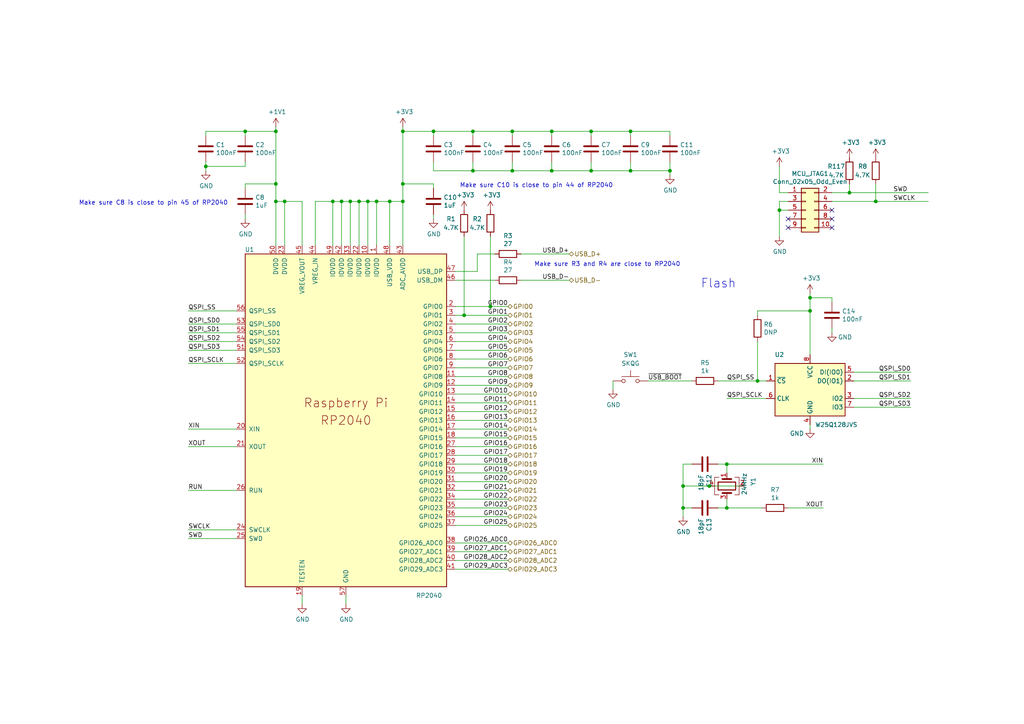
<source format=kicad_sch>
(kicad_sch (version 20210126) (generator eeschema)
  (paper "A4")
  (title_block (title "InuCal") (date "2020-06-30") (rev "R0.1") (company "Wenting Zhang") (comment 1 "zephray@outlook.com"))
  (lib_symbols
    (symbol "Connector_Generic:Conn_02x05_Odd_Even" (pin_names (offset 1.016) hide)
      (property "Reference" "J" (at 1.27 7.62 0))
      (property "Value" "Conn_02x05_Odd_Even" (at 1.27 -7.62 0))
      (symbol "Conn_02x05_Odd_Even_1_1"
        (rectangle (start -1.27 -4.953) (end 0 -5.207) (stroke (width 0.1524)))
        (rectangle (start -1.27 -2.413) (end 0 -2.667) (stroke (width 0.1524)))
        (rectangle (start -1.27 2.667) (end 0 2.413) (stroke (width 0.1524)))
        (rectangle (start -1.27 5.207) (end 0 4.953) (stroke (width 0.1524)))
        (rectangle (start -1.27 6.35) (end 3.81 -6.35) (stroke (width 0.254)) (fill (type background)))
        (rectangle (start -1.27 0.127) (end 0 -0.127) (stroke (width 0.1524)))
        (rectangle (start 3.81 -4.953) (end 2.54 -5.207) (stroke (width 0.1524)))
        (rectangle (start 3.81 -2.413) (end 2.54 -2.667) (stroke (width 0.1524)))
        (rectangle (start 3.81 2.667) (end 2.54 2.413) (stroke (width 0.1524)))
        (rectangle (start 3.81 5.207) (end 2.54 4.953) (stroke (width 0.1524)))
        (rectangle (start 3.81 0.127) (end 2.54 -0.127) (stroke (width 0.1524)))
        (pin passive line (at -5.08 5.08 0) (length 3.81) (name "Pin_1") (number "1"))
        (pin passive line (at 7.62 -5.08 180) (length 3.81) (name "Pin_10") (number "10"))
        (pin passive line (at 7.62 5.08 180) (length 3.81) (name "Pin_2") (number "2"))
        (pin passive line (at -5.08 2.54 0) (length 3.81) (name "Pin_3") (number "3"))
        (pin passive line (at 7.62 2.54 180) (length 3.81) (name "Pin_4") (number "4"))
        (pin passive line (at -5.08 0 0) (length 3.81) (name "Pin_5") (number "5"))
        (pin passive line (at 7.62 0 180) (length 3.81) (name "Pin_6") (number "6"))
        (pin passive line (at -5.08 -2.54 0) (length 3.81) (name "Pin_7") (number "7"))
        (pin passive line (at 7.62 -2.54 180) (length 3.81) (name "Pin_8") (number "8"))
        (pin passive line (at -5.08 -5.08 0) (length 3.81) (name "Pin_9") (number "9"))
      )
    )
    (symbol "Device:C" (pin_numbers hide) (pin_names (offset 0.254))
      (property "Reference" "C" (at 0.635 2.54 0))
      (property "Value" "C" (at 0.635 -2.54 0))
      (symbol "C_0_1"
        (polyline (pts (xy -2.032 -0.762) (xy 2.032 -0.762)) (stroke (width 0.508)))
        (polyline (pts (xy -2.032 0.762) (xy 2.032 0.762)) (stroke (width 0.508)))
      )
      (symbol "C_1_1"
        (pin passive line (at 0 3.81 270) (length 2.794) (name "~") (number "1"))
        (pin passive line (at 0 -3.81 90) (length 2.794) (name "~") (number "2"))
      )
    )
    (symbol "Device:Crystal_GND24" (pin_names (offset 1.016) hide)
      (property "Reference" "Y" (at 3.175 5.08 0))
      (property "Value" "Crystal_GND24" (at 3.175 3.175 0))
      (symbol "Crystal_GND24_0_1"
        (rectangle (start -1.143 2.54) (end 1.143 -2.54) (stroke (width 0.3048)))
        (polyline (pts (xy -2.54 0) (xy -2.032 0)))
        (polyline (pts (xy -2.032 -1.27) (xy -2.032 1.27)) (stroke (width 0.508)))
        (polyline (pts (xy 0 -3.81) (xy 0 -3.556)))
        (polyline (pts (xy 0 3.556) (xy 0 3.81)))
        (polyline (pts (xy 2.032 -1.27) (xy 2.032 1.27)) (stroke (width 0.508)))
        (polyline (pts (xy 2.032 0) (xy 2.54 0)))
        (polyline (pts (xy -2.54 -2.286) (xy -2.54 -3.556) (xy 2.54 -3.556) (xy 2.54 -2.286)))
        (polyline (pts (xy -2.54 2.286) (xy -2.54 3.556) (xy 2.54 3.556) (xy 2.54 2.286)))
      )
      (symbol "Crystal_GND24_1_1"
        (pin passive line (at -3.81 0 0) (length 1.27) (name "1") (number "1"))
        (pin passive line (at 0 5.08 270) (length 1.27) (name "2") (number "2"))
        (pin passive line (at 3.81 0 180) (length 1.27) (name "3") (number "3"))
        (pin passive line (at 0 -5.08 90) (length 1.27) (name "4") (number "4"))
      )
    )
    (symbol "Device:R" (pin_numbers hide) (pin_names (offset 0))
      (property "Reference" "R" (at 2.032 0 90))
      (property "Value" "R" (at 0 0 90))
      (symbol "R_0_1"
        (rectangle (start -1.016 -2.54) (end 1.016 2.54) (stroke (width 0.254)))
      )
      (symbol "R_1_1"
        (pin passive line (at 0 3.81 270) (length 1.27) (name "~") (number "1"))
        (pin passive line (at 0 -3.81 90) (length 1.27) (name "~") (number "2"))
      )
    )
    (symbol "MCU_RaspberryPi_RP2040:RP2040" (pin_names (offset 1.016))
      (property "Reference" "U" (at -29.21 49.53 0))
      (property "Value" "RP2040" (at 24.13 -49.53 0))
      (symbol "RP2040_0_0"
        (text "Raspberry Pi" (at 0 5.08 0) (effects (font (size 2.54 2.54))))
        (text "RP2040" (at 0 0 0) (effects (font (size 2.54 2.54))))
      )
      (symbol "RP2040_0_1"
        (rectangle (start 29.21 48.26) (end -29.21 -48.26) (stroke (width 0.254)) (fill (type background)))
      )
      (symbol "RP2040_1_1"
        (pin power_in line (at 8.89 50.8 270) (length 2.54) (name "IOVDD") (number "1"))
        (pin power_in line (at 6.35 50.8 270) (length 2.54) (name "IOVDD") (number "10"))
        (pin bidirectional line (at 31.75 12.7 180) (length 2.54) (name "GPIO8") (number "11"))
        (pin bidirectional line (at 31.75 10.16 180) (length 2.54) (name "GPIO9") (number "12"))
        (pin bidirectional line (at 31.75 7.62 180) (length 2.54) (name "GPIO10") (number "13"))
        (pin bidirectional line (at 31.75 5.08 180) (length 2.54) (name "GPIO11") (number "14"))
        (pin bidirectional line (at 31.75 2.54 180) (length 2.54) (name "GPIO12") (number "15"))
        (pin bidirectional line (at 31.75 0 180) (length 2.54) (name "GPIO13") (number "16"))
        (pin bidirectional line (at 31.75 -2.54 180) (length 2.54) (name "GPIO14") (number "17"))
        (pin bidirectional line (at 31.75 -5.08 180) (length 2.54) (name "GPIO15") (number "18"))
        (pin passive line (at -12.7 -50.8 90) (length 2.54) (name "TESTEN") (number "19"))
        (pin bidirectional line (at 31.75 33.02 180) (length 2.54) (name "GPIO0") (number "2"))
        (pin input line (at -31.75 -2.54 0) (length 2.54) (name "XIN") (number "20"))
        (pin passive line (at -31.75 -7.62 0) (length 2.54) (name "XOUT") (number "21"))
        (pin power_in line (at 3.81 50.8 270) (length 2.54) (name "IOVDD") (number "22"))
        (pin power_in line (at -17.78 50.8 270) (length 2.54) (name "DVDD") (number "23"))
        (pin output line (at -31.75 -31.75 0) (length 2.54) (name "SWCLK") (number "24"))
        (pin bidirectional line (at -31.75 -34.29 0) (length 2.54) (name "SWD") (number "25"))
        (pin input line (at -31.75 -20.32 0) (length 2.54) (name "RUN") (number "26"))
        (pin bidirectional line (at 31.75 -7.62 180) (length 2.54) (name "GPIO16") (number "27"))
        (pin bidirectional line (at 31.75 -10.16 180) (length 2.54) (name "GPIO17") (number "28"))
        (pin bidirectional line (at 31.75 -12.7 180) (length 2.54) (name "GPIO18") (number "29"))
        (pin bidirectional line (at 31.75 30.48 180) (length 2.54) (name "GPIO1") (number "3"))
        (pin bidirectional line (at 31.75 -15.24 180) (length 2.54) (name "GPIO19") (number "30"))
        (pin bidirectional line (at 31.75 -17.78 180) (length 2.54) (name "GPIO20") (number "31"))
        (pin bidirectional line (at 31.75 -20.32 180) (length 2.54) (name "GPIO21") (number "32"))
        (pin power_in line (at 1.27 50.8 270) (length 2.54) (name "IOVDD") (number "33"))
        (pin bidirectional line (at 31.75 -22.86 180) (length 2.54) (name "GPIO22") (number "34"))
        (pin bidirectional line (at 31.75 -25.4 180) (length 2.54) (name "GPIO23") (number "35"))
        (pin bidirectional line (at 31.75 -27.94 180) (length 2.54) (name "GPIO24") (number "36"))
        (pin bidirectional line (at 31.75 -30.48 180) (length 2.54) (name "GPIO25") (number "37"))
        (pin bidirectional line (at 31.75 -35.56 180) (length 2.54) (name "GPIO26_ADC0") (number "38"))
        (pin bidirectional line (at 31.75 -38.1 180) (length 2.54) (name "GPIO27_ADC1") (number "39"))
        (pin bidirectional line (at 31.75 27.94 180) (length 2.54) (name "GPIO2") (number "4"))
        (pin bidirectional line (at 31.75 -40.64 180) (length 2.54) (name "GPIO28_ADC2") (number "40"))
        (pin bidirectional line (at 31.75 -43.18 180) (length 2.54) (name "GPIO29_ADC3") (number "41"))
        (pin power_in line (at -1.27 50.8 270) (length 2.54) (name "IOVDD") (number "42"))
        (pin power_in line (at 16.51 50.8 270) (length 2.54) (name "ADC_AVDD") (number "43"))
        (pin power_in line (at -8.89 50.8 270) (length 2.54) (name "VREG_IN") (number "44"))
        (pin power_out line (at -12.7 50.8 270) (length 2.54) (name "VREG_VOUT") (number "45"))
        (pin bidirectional line (at 31.75 40.64 180) (length 2.54) (name "USB_DM") (number "46"))
        (pin bidirectional line (at 31.75 43.18 180) (length 2.54) (name "USB_DP") (number "47"))
        (pin power_in line (at 12.7 50.8 270) (length 2.54) (name "USB_VDD") (number "48"))
        (pin power_in line (at -3.81 50.8 270) (length 2.54) (name "IOVDD") (number "49"))
        (pin bidirectional line (at 31.75 25.4 180) (length 2.54) (name "GPIO3") (number "5"))
        (pin power_in line (at -20.32 50.8 270) (length 2.54) (name "DVDD") (number "50"))
        (pin bidirectional line (at -31.75 20.32 0) (length 2.54) (name "QSPI_SD3") (number "51"))
        (pin output line (at -31.75 16.51 0) (length 2.54) (name "QSPI_SCLK") (number "52"))
        (pin bidirectional line (at -31.75 27.94 0) (length 2.54) (name "QSPI_SD0") (number "53"))
        (pin bidirectional line (at -31.75 22.86 0) (length 2.54) (name "QSPI_SD2") (number "54"))
        (pin bidirectional line (at -31.75 25.4 0) (length 2.54) (name "QSPI_SD1") (number "55"))
        (pin bidirectional line (at -31.75 31.75 0) (length 2.54) (name "QSPI_SS") (number "56"))
        (pin power_in line (at 0 -50.8 90) (length 2.54) (name "GND") (number "57"))
        (pin bidirectional line (at 31.75 22.86 180) (length 2.54) (name "GPIO4") (number "6"))
        (pin bidirectional line (at 31.75 20.32 180) (length 2.54) (name "GPIO5") (number "7"))
        (pin bidirectional line (at 31.75 17.78 180) (length 2.54) (name "GPIO6") (number "8"))
        (pin bidirectional line (at 31.75 15.24 180) (length 2.54) (name "GPIO7") (number "9"))
      )
    )
    (symbol "Memory_Flash:W25Q128JVS"
      (property "Reference" "U" (at -8.89 8.89 0))
      (property "Value" "W25Q128JVS" (at 7.62 8.89 0))
      (symbol "W25Q128JVS_0_1"
        (rectangle (start -10.16 7.62) (end 10.16 -7.62) (stroke (width 0.254)) (fill (type background)))
      )
      (symbol "W25Q128JVS_1_1"
        (pin input line (at -12.7 2.54 0) (length 2.54) (name "~CS") (number "1"))
        (pin bidirectional line (at 12.7 2.54 180) (length 2.54) (name "DO(IO1)") (number "2"))
        (pin bidirectional line (at 12.7 -2.54 180) (length 2.54) (name "IO2") (number "3"))
        (pin power_in line (at 0 -10.16 90) (length 2.54) (name "GND") (number "4"))
        (pin bidirectional line (at 12.7 5.08 180) (length 2.54) (name "DI(IO0)") (number "5"))
        (pin input line (at -12.7 -2.54 0) (length 2.54) (name "CLK") (number "6"))
        (pin bidirectional line (at 12.7 -5.08 180) (length 2.54) (name "IO3") (number "7"))
        (pin power_in line (at 0 10.16 270) (length 2.54) (name "VCC") (number "8"))
      )
    )
    (symbol "Switch:SW_Push" (pin_numbers hide) (pin_names (offset 1.016) hide)
      (property "Reference" "SW" (at 1.27 2.54 0))
      (property "Value" "SW_Push" (at 0 -1.524 0))
      (symbol "SW_Push_0_1"
        (circle (center -2.032 0) (radius 0.508))
        (circle (center 2.032 0) (radius 0.508))
        (polyline (pts (xy 0 1.27) (xy 0 3.048)))
        (polyline (pts (xy 2.54 1.27) (xy -2.54 1.27)))
        (pin passive line (at -5.08 0 0) (length 2.54) (name "1") (number "1"))
        (pin passive line (at 5.08 0 180) (length 2.54) (name "2") (number "2"))
      )
    )
    (symbol "power:+1V1" (power) (pin_names (offset 0))
      (property "Value" "+1V1" (at 0 3.556 0))
      (symbol "+1V1_0_1"
        (polyline (pts (xy -0.762 1.27) (xy 0 2.54)))
        (polyline (pts (xy 0 0) (xy 0 2.54)))
        (polyline (pts (xy 0 2.54) (xy 0.762 1.27)))
      )
      (symbol "+1V1_1_1"
        (pin power_in line (at 0 0 90) (length 0) hide (name "+1V1") (number "1"))
      )
    )
    (symbol "power:+3V3" (power) (pin_names (offset 0))
      (property "Value" "+3V3" (at 0 3.556 0))
      (symbol "+3V3_0_1"
        (polyline (pts (xy -0.762 1.27) (xy 0 2.54)))
        (polyline (pts (xy 0 0) (xy 0 2.54)))
        (polyline (pts (xy 0 2.54) (xy 0.762 1.27)))
      )
      (symbol "+3V3_1_1"
        (pin power_in line (at 0 0 90) (length 0) hide (name "+3V3") (number "1"))
      )
    )
    (symbol "power:GND" (power) (pin_names (offset 0))
      (property "Value" "GND" (at 0 -3.81 0))
      (symbol "GND_0_1"
        (polyline (pts (xy 0 0) (xy 0 -1.27) (xy 1.27 -1.27) (xy 0 -2.54) (xy -1.27 -1.27) (xy 0 -1.27)))
      )
      (symbol "GND_1_1"
        (pin power_in line (at 0 0 270) (length 0) hide (name "GND") (number "1"))
      )
    )
  )
  (junction (at 59.69 48.26) (diameter 0.9144))
  (junction (at 71.12 38.1) (diameter 0.9144))
  (junction (at 80.01 38.1) (diameter 0.9144))
  (junction (at 80.01 53.34) (diameter 0.9144))
  (junction (at 80.01 58.42) (diameter 0.9144))
  (junction (at 82.55 58.42) (diameter 0.9144))
  (junction (at 96.52 58.42) (diameter 0.9144))
  (junction (at 99.06 58.42) (diameter 0.9144))
  (junction (at 101.6 58.42) (diameter 0.9144))
  (junction (at 104.14 58.42) (diameter 0.9144))
  (junction (at 106.68 58.42) (diameter 0.9144))
  (junction (at 109.22 58.42) (diameter 0.9144))
  (junction (at 113.03 58.42) (diameter 0.9144))
  (junction (at 116.84 38.1) (diameter 0.9144))
  (junction (at 116.84 53.34) (diameter 0.9144))
  (junction (at 116.84 58.42) (diameter 0.9144))
  (junction (at 125.73 38.1) (diameter 0.9144))
  (junction (at 134.62 91.44) (diameter 0.9144))
  (junction (at 137.16 38.1) (diameter 0.9144))
  (junction (at 137.16 49.53) (diameter 0.9144))
  (junction (at 142.24 88.9) (diameter 0.9144))
  (junction (at 148.59 38.1) (diameter 0.9144))
  (junction (at 148.59 49.53) (diameter 0.9144))
  (junction (at 160.02 38.1) (diameter 0.9144))
  (junction (at 160.02 49.53) (diameter 0.9144))
  (junction (at 171.45 38.1) (diameter 0.9144))
  (junction (at 171.45 49.53) (diameter 0.9144))
  (junction (at 182.88 38.1) (diameter 0.9144))
  (junction (at 182.88 49.53) (diameter 0.9144))
  (junction (at 194.31 49.53) (diameter 0.9144))
  (junction (at 198.12 140.97) (diameter 0.9144))
  (junction (at 198.12 147.32) (diameter 0.9144))
  (junction (at 205.74 140.97) (diameter 0.9144))
  (junction (at 210.82 134.62) (diameter 0.9144))
  (junction (at 210.82 147.32) (diameter 0.9144))
  (junction (at 219.71 110.49) (diameter 0.9144))
  (junction (at 226.06 60.96) (diameter 0.9144))
  (junction (at 234.95 86.36) (diameter 0.9144))
  (junction (at 234.95 90.17) (diameter 0.9144))
  (junction (at 246.38 55.88) (diameter 0.9144))
  (junction (at 254 58.42) (diameter 0.9144))
  (no_connect (at 228.6 63.5))
  (no_connect (at 228.6 66.04))
  (no_connect (at 241.3 60.96))
  (no_connect (at 241.3 63.5))
  (no_connect (at 241.3 66.04))
  (wire (pts (xy 54.61 93.98) (xy 68.58 93.98)))
  (wire (pts (xy 54.61 96.52) (xy 68.58 96.52)))
  (wire (pts (xy 54.61 99.06) (xy 68.58 99.06)))
  (wire (pts (xy 54.61 101.6) (xy 68.58 101.6)))
  (wire (pts (xy 54.61 124.46) (xy 68.58 124.46)))
  (wire (pts (xy 54.61 142.24) (xy 68.58 142.24)))
  (wire (pts (xy 59.69 38.1) (xy 71.12 38.1)))
  (wire (pts (xy 59.69 39.37) (xy 59.69 38.1)))
  (wire (pts (xy 59.69 46.99) (xy 59.69 48.26)))
  (wire (pts (xy 59.69 48.26) (xy 59.69 49.53)))
  (wire (pts (xy 59.69 48.26) (xy 71.12 48.26)))
  (wire (pts (xy 68.58 90.17) (xy 54.61 90.17)))
  (wire (pts (xy 68.58 105.41) (xy 54.61 105.41)))
  (wire (pts (xy 68.58 129.54) (xy 54.61 129.54)))
  (wire (pts (xy 68.58 153.67) (xy 54.61 153.67)))
  (wire (pts (xy 68.58 156.21) (xy 54.61 156.21)))
  (wire (pts (xy 71.12 38.1) (xy 80.01 38.1)))
  (wire (pts (xy 71.12 39.37) (xy 71.12 38.1)))
  (wire (pts (xy 71.12 48.26) (xy 71.12 46.99)))
  (wire (pts (xy 71.12 53.34) (xy 80.01 53.34)))
  (wire (pts (xy 71.12 54.61) (xy 71.12 53.34)))
  (wire (pts (xy 71.12 62.23) (xy 71.12 63.5)))
  (wire (pts (xy 80.01 36.83) (xy 80.01 38.1)))
  (wire (pts (xy 80.01 38.1) (xy 80.01 53.34)))
  (wire (pts (xy 80.01 53.34) (xy 80.01 58.42)))
  (wire (pts (xy 80.01 58.42) (xy 80.01 71.12)))
  (wire (pts (xy 82.55 58.42) (xy 80.01 58.42)))
  (wire (pts (xy 82.55 71.12) (xy 82.55 58.42)))
  (wire (pts (xy 87.63 58.42) (xy 82.55 58.42)))
  (wire (pts (xy 87.63 71.12) (xy 87.63 58.42)))
  (wire (pts (xy 87.63 172.72) (xy 87.63 175.26)))
  (wire (pts (xy 91.44 58.42) (xy 96.52 58.42)))
  (wire (pts (xy 91.44 71.12) (xy 91.44 58.42)))
  (wire (pts (xy 96.52 58.42) (xy 99.06 58.42)))
  (wire (pts (xy 96.52 71.12) (xy 96.52 58.42)))
  (wire (pts (xy 99.06 58.42) (xy 101.6 58.42)))
  (wire (pts (xy 99.06 71.12) (xy 99.06 58.42)))
  (wire (pts (xy 100.33 172.72) (xy 100.33 175.26)))
  (wire (pts (xy 101.6 58.42) (xy 104.14 58.42)))
  (wire (pts (xy 101.6 71.12) (xy 101.6 58.42)))
  (wire (pts (xy 104.14 58.42) (xy 106.68 58.42)))
  (wire (pts (xy 104.14 71.12) (xy 104.14 58.42)))
  (wire (pts (xy 106.68 58.42) (xy 109.22 58.42)))
  (wire (pts (xy 106.68 71.12) (xy 106.68 58.42)))
  (wire (pts (xy 109.22 58.42) (xy 109.22 71.12)))
  (wire (pts (xy 109.22 58.42) (xy 113.03 58.42)))
  (wire (pts (xy 113.03 58.42) (xy 116.84 58.42)))
  (wire (pts (xy 113.03 71.12) (xy 113.03 58.42)))
  (wire (pts (xy 116.84 36.83) (xy 116.84 38.1)))
  (wire (pts (xy 116.84 38.1) (xy 116.84 53.34)))
  (wire (pts (xy 116.84 38.1) (xy 125.73 38.1)))
  (wire (pts (xy 116.84 53.34) (xy 116.84 58.42)))
  (wire (pts (xy 116.84 53.34) (xy 125.73 53.34)))
  (wire (pts (xy 116.84 58.42) (xy 116.84 71.12)))
  (wire (pts (xy 125.73 38.1) (xy 137.16 38.1)))
  (wire (pts (xy 125.73 39.37) (xy 125.73 38.1)))
  (wire (pts (xy 125.73 46.99) (xy 125.73 49.53)))
  (wire (pts (xy 125.73 54.61) (xy 125.73 53.34)))
  (wire (pts (xy 125.73 62.23) (xy 125.73 63.5)))
  (wire (pts (xy 132.08 78.74) (xy 138.43 78.74)))
  (wire (pts (xy 132.08 81.28) (xy 143.51 81.28)))
  (wire (pts (xy 132.08 88.9) (xy 142.24 88.9)))
  (wire (pts (xy 132.08 91.44) (xy 134.62 91.44)))
  (wire (pts (xy 132.08 93.98) (xy 147.32 93.98)))
  (wire (pts (xy 132.08 96.52) (xy 147.32 96.52)))
  (wire (pts (xy 132.08 99.06) (xy 147.32 99.06)))
  (wire (pts (xy 132.08 101.6) (xy 147.32 101.6)))
  (wire (pts (xy 132.08 104.14) (xy 147.32 104.14)))
  (wire (pts (xy 132.08 106.68) (xy 147.32 106.68)))
  (wire (pts (xy 132.08 109.22) (xy 147.32 109.22)))
  (wire (pts (xy 132.08 111.76) (xy 147.32 111.76)))
  (wire (pts (xy 132.08 114.3) (xy 147.32 114.3)))
  (wire (pts (xy 132.08 116.84) (xy 147.32 116.84)))
  (wire (pts (xy 132.08 119.38) (xy 147.32 119.38)))
  (wire (pts (xy 132.08 121.92) (xy 147.32 121.92)))
  (wire (pts (xy 132.08 124.46) (xy 147.32 124.46)))
  (wire (pts (xy 132.08 127) (xy 147.32 127)))
  (wire (pts (xy 132.08 129.54) (xy 147.32 129.54)))
  (wire (pts (xy 132.08 132.08) (xy 147.32 132.08)))
  (wire (pts (xy 132.08 134.62) (xy 147.32 134.62)))
  (wire (pts (xy 132.08 137.16) (xy 147.32 137.16)))
  (wire (pts (xy 132.08 139.7) (xy 147.32 139.7)))
  (wire (pts (xy 132.08 142.24) (xy 147.32 142.24)))
  (wire (pts (xy 132.08 144.78) (xy 147.32 144.78)))
  (wire (pts (xy 132.08 147.32) (xy 147.32 147.32)))
  (wire (pts (xy 132.08 149.86) (xy 147.32 149.86)))
  (wire (pts (xy 132.08 152.4) (xy 147.32 152.4)))
  (wire (pts (xy 132.08 157.48) (xy 147.32 157.48)))
  (wire (pts (xy 132.08 160.02) (xy 147.32 160.02)))
  (wire (pts (xy 132.08 162.56) (xy 147.32 162.56)))
  (wire (pts (xy 132.08 165.1) (xy 147.32 165.1)))
  (wire (pts (xy 134.62 68.58) (xy 134.62 91.44)))
  (wire (pts (xy 134.62 91.44) (xy 147.32 91.44)))
  (wire (pts (xy 137.16 38.1) (xy 148.59 38.1)))
  (wire (pts (xy 137.16 39.37) (xy 137.16 38.1)))
  (wire (pts (xy 137.16 46.99) (xy 137.16 49.53)))
  (wire (pts (xy 137.16 49.53) (xy 125.73 49.53)))
  (wire (pts (xy 138.43 73.66) (xy 138.43 78.74)))
  (wire (pts (xy 138.43 73.66) (xy 143.51 73.66)))
  (wire (pts (xy 142.24 68.58) (xy 142.24 88.9)))
  (wire (pts (xy 142.24 88.9) (xy 147.32 88.9)))
  (wire (pts (xy 148.59 38.1) (xy 160.02 38.1)))
  (wire (pts (xy 148.59 39.37) (xy 148.59 38.1)))
  (wire (pts (xy 148.59 46.99) (xy 148.59 49.53)))
  (wire (pts (xy 148.59 49.53) (xy 137.16 49.53)))
  (wire (pts (xy 151.13 73.66) (xy 165.1 73.66)))
  (wire (pts (xy 151.13 81.28) (xy 165.1 81.28)))
  (wire (pts (xy 160.02 38.1) (xy 171.45 38.1)))
  (wire (pts (xy 160.02 39.37) (xy 160.02 38.1)))
  (wire (pts (xy 160.02 46.99) (xy 160.02 49.53)))
  (wire (pts (xy 160.02 49.53) (xy 148.59 49.53)))
  (wire (pts (xy 171.45 38.1) (xy 182.88 38.1)))
  (wire (pts (xy 171.45 39.37) (xy 171.45 38.1)))
  (wire (pts (xy 171.45 46.99) (xy 171.45 49.53)))
  (wire (pts (xy 171.45 49.53) (xy 160.02 49.53)))
  (wire (pts (xy 177.8 110.49) (xy 177.8 113.03)))
  (wire (pts (xy 182.88 38.1) (xy 194.31 38.1)))
  (wire (pts (xy 182.88 39.37) (xy 182.88 38.1)))
  (wire (pts (xy 182.88 46.99) (xy 182.88 49.53)))
  (wire (pts (xy 182.88 49.53) (xy 171.45 49.53)))
  (wire (pts (xy 182.88 49.53) (xy 194.31 49.53)))
  (wire (pts (xy 194.31 39.37) (xy 194.31 38.1)))
  (wire (pts (xy 194.31 46.99) (xy 194.31 49.53)))
  (wire (pts (xy 194.31 49.53) (xy 194.31 50.8)))
  (wire (pts (xy 198.12 134.62) (xy 198.12 140.97)))
  (wire (pts (xy 198.12 140.97) (xy 198.12 147.32)))
  (wire (pts (xy 198.12 140.97) (xy 205.74 140.97)))
  (wire (pts (xy 198.12 147.32) (xy 198.12 149.86)))
  (wire (pts (xy 198.12 147.32) (xy 200.66 147.32)))
  (wire (pts (xy 200.66 110.49) (xy 187.96 110.49)))
  (wire (pts (xy 200.66 134.62) (xy 198.12 134.62)))
  (wire (pts (xy 208.28 110.49) (xy 219.71 110.49)))
  (wire (pts (xy 208.28 134.62) (xy 210.82 134.62)))
  (wire (pts (xy 210.82 115.57) (xy 222.25 115.57)))
  (wire (pts (xy 210.82 134.62) (xy 238.76 134.62)))
  (wire (pts (xy 210.82 137.16) (xy 210.82 134.62)))
  (wire (pts (xy 210.82 144.78) (xy 210.82 147.32)))
  (wire (pts (xy 210.82 147.32) (xy 208.28 147.32)))
  (wire (pts (xy 215.9 140.97) (xy 205.74 140.97)))
  (wire (pts (xy 219.71 90.17) (xy 234.95 90.17)))
  (wire (pts (xy 219.71 91.44) (xy 219.71 90.17)))
  (wire (pts (xy 219.71 99.06) (xy 219.71 110.49)))
  (wire (pts (xy 219.71 110.49) (xy 222.25 110.49)))
  (wire (pts (xy 220.98 147.32) (xy 210.82 147.32)))
  (wire (pts (xy 226.06 48.26) (xy 226.06 55.88)))
  (wire (pts (xy 226.06 55.88) (xy 228.6 55.88)))
  (wire (pts (xy 226.06 58.42) (xy 226.06 60.96)))
  (wire (pts (xy 226.06 60.96) (xy 226.06 68.58)))
  (wire (pts (xy 228.6 58.42) (xy 226.06 58.42)))
  (wire (pts (xy 228.6 60.96) (xy 226.06 60.96)))
  (wire (pts (xy 228.6 147.32) (xy 238.76 147.32)))
  (wire (pts (xy 234.95 85.09) (xy 234.95 86.36)))
  (wire (pts (xy 234.95 86.36) (xy 234.95 90.17)))
  (wire (pts (xy 234.95 90.17) (xy 234.95 102.87)))
  (wire (pts (xy 234.95 123.19) (xy 234.95 124.46)))
  (wire (pts (xy 241.3 55.88) (xy 246.38 55.88)))
  (wire (pts (xy 241.3 58.42) (xy 254 58.42)))
  (wire (pts (xy 241.3 86.36) (xy 234.95 86.36)))
  (wire (pts (xy 241.3 87.63) (xy 241.3 86.36)))
  (wire (pts (xy 241.3 95.25) (xy 241.3 96.52)))
  (wire (pts (xy 246.38 53.34) (xy 246.38 55.88)))
  (wire (pts (xy 246.38 55.88) (xy 269.24 55.88)))
  (wire (pts (xy 247.65 107.95) (xy 264.16 107.95)))
  (wire (pts (xy 247.65 110.49) (xy 264.16 110.49)))
  (wire (pts (xy 247.65 115.57) (xy 264.16 115.57)))
  (wire (pts (xy 247.65 118.11) (xy 264.16 118.11)))
  (wire (pts (xy 254 53.34) (xy 254 58.42)))
  (wire (pts (xy 254 58.42) (xy 269.24 58.42)))
  (text "Make sure C8 is close to pin 45 of RP2040" (at 22.86 59.69 0) (effects (font (size 1.27 1.27)) (justify left bottom)))
  (text "Make sure C10 is close to pin 44 of RP2040" (at 133.35 54.61 0) (effects (font (size 1.27 1.27)) (justify left bottom)))
  (text "Make sure R3 and R4 are close to RP2040" (at 154.94 77.47 0) (effects (font (size 1.27 1.27)) (justify left bottom)))
  (text "Flash" (at 203.2 83.82 0) (effects (font (size 2.54 2.54)) (justify left bottom)))
  (label "QSPI_SS" (at 54.61 90.17 0))
  (label "QSPI_SD0" (at 54.61 93.98 0))
  (label "QSPI_SD1" (at 54.61 96.52 0))
  (label "QSPI_SD2" (at 54.61 99.06 0))
  (label "QSPI_SD3" (at 54.61 101.6 0))
  (label "QSPI_SCLK" (at 54.61 105.41 0))
  (label "XIN" (at 54.61 124.46 0))
  (label "XOUT" (at 54.61 129.54 0))
  (label "RUN" (at 54.61 142.24 0))
  (label "SWCLK" (at 54.61 153.67 0))
  (label "SWD" (at 54.61 156.21 0))
  (label "GPIO0" (at 147.32 88.9 180))
  (label "GPIO1" (at 147.32 91.44 180))
  (label "GPIO2" (at 147.32 93.98 180))
  (label "GPIO3" (at 147.32 96.52 180))
  (label "GPIO4" (at 147.32 99.06 180))
  (label "GPIO5" (at 147.32 101.6 180))
  (label "GPIO6" (at 147.32 104.14 180))
  (label "GPIO7" (at 147.32 106.68 180))
  (label "GPIO8" (at 147.32 109.22 180))
  (label "GPIO9" (at 147.32 111.76 180))
  (label "GPIO10" (at 147.32 114.3 180))
  (label "GPIO11" (at 147.32 116.84 180))
  (label "GPIO12" (at 147.32 119.38 180))
  (label "GPIO13" (at 147.32 121.92 180))
  (label "GPIO14" (at 147.32 124.46 180))
  (label "GPIO15" (at 147.32 127 180))
  (label "GPIO16" (at 147.32 129.54 180))
  (label "GPIO17" (at 147.32 132.08 180))
  (label "GPIO18" (at 147.32 134.62 180))
  (label "GPIO19" (at 147.32 137.16 180))
  (label "GPIO20" (at 147.32 139.7 180))
  (label "GPIO21" (at 147.32 142.24 180))
  (label "GPIO22" (at 147.32 144.78 180))
  (label "GPIO23" (at 147.32 147.32 180))
  (label "GPIO24" (at 147.32 149.86 180))
  (label "GPIO25" (at 147.32 152.4 180))
  (label "GPIO26_ADC0" (at 147.32 157.48 180))
  (label "GPIO27_ADC1" (at 147.32 160.02 180))
  (label "GPIO28_ADC2" (at 147.32 162.56 180))
  (label "GPIO29_ADC3" (at 147.32 165.1 180))
  (label "USB_D+" (at 165.1 73.66 180))
  (label "USB_D-" (at 165.1 81.28 180))
  (label "~USB_BOOT" (at 187.96 110.49 0))
  (label "QSPI_SS" (at 210.82 110.49 0))
  (label "QSPI_SCLK" (at 210.82 115.57 0))
  (label "XIN" (at 238.76 134.62 180))
  (label "XOUT" (at 238.76 147.32 180))
  (label "SWD" (at 259.08 55.88 0))
  (label "SWCLK" (at 259.08 58.42 0))
  (label "QSPI_SD0" (at 264.16 107.95 180))
  (label "QSPI_SD1" (at 264.16 110.49 180))
  (label "QSPI_SD2" (at 264.16 115.57 180))
  (label "QSPI_SD3" (at 264.16 118.11 180))
  (hierarchical_label "GPIO0" (shape bidirectional) (at 147.32 88.9 0))
  (hierarchical_label "GPIO1" (shape bidirectional) (at 147.32 91.44 0))
  (hierarchical_label "GPIO2" (shape bidirectional) (at 147.32 93.98 0))
  (hierarchical_label "GPIO3" (shape bidirectional) (at 147.32 96.52 0))
  (hierarchical_label "GPIO4" (shape bidirectional) (at 147.32 99.06 0))
  (hierarchical_label "GPIO5" (shape bidirectional) (at 147.32 101.6 0))
  (hierarchical_label "GPIO6" (shape bidirectional) (at 147.32 104.14 0))
  (hierarchical_label "GPIO7" (shape bidirectional) (at 147.32 106.68 0))
  (hierarchical_label "GPIO8" (shape bidirectional) (at 147.32 109.22 0))
  (hierarchical_label "GPIO9" (shape bidirectional) (at 147.32 111.76 0))
  (hierarchical_label "GPIO10" (shape bidirectional) (at 147.32 114.3 0))
  (hierarchical_label "GPIO11" (shape bidirectional) (at 147.32 116.84 0))
  (hierarchical_label "GPIO12" (shape bidirectional) (at 147.32 119.38 0))
  (hierarchical_label "GPIO13" (shape bidirectional) (at 147.32 121.92 0))
  (hierarchical_label "GPIO14" (shape bidirectional) (at 147.32 124.46 0))
  (hierarchical_label "GPIO15" (shape bidirectional) (at 147.32 127 0))
  (hierarchical_label "GPIO16" (shape bidirectional) (at 147.32 129.54 0))
  (hierarchical_label "GPIO17" (shape bidirectional) (at 147.32 132.08 0))
  (hierarchical_label "GPIO18" (shape bidirectional) (at 147.32 134.62 0))
  (hierarchical_label "GPIO19" (shape bidirectional) (at 147.32 137.16 0))
  (hierarchical_label "GPIO20" (shape bidirectional) (at 147.32 139.7 0))
  (hierarchical_label "GPIO21" (shape bidirectional) (at 147.32 142.24 0))
  (hierarchical_label "GPIO22" (shape bidirectional) (at 147.32 144.78 0))
  (hierarchical_label "GPIO23" (shape bidirectional) (at 147.32 147.32 0))
  (hierarchical_label "GPIO24" (shape bidirectional) (at 147.32 149.86 0))
  (hierarchical_label "GPIO25" (shape bidirectional) (at 147.32 152.4 0))
  (hierarchical_label "GPIO26_ADC0" (shape bidirectional) (at 147.32 157.48 0))
  (hierarchical_label "GPIO27_ADC1" (shape bidirectional) (at 147.32 160.02 0))
  (hierarchical_label "GPIO28_ADC2" (shape bidirectional) (at 147.32 162.56 0))
  (hierarchical_label "GPIO29_ADC3" (shape bidirectional) (at 147.32 165.1 0))
  (hierarchical_label "USB_D+" (shape bidirectional) (at 165.1 73.66 0))
  (hierarchical_label "USB_D-" (shape bidirectional) (at 165.1 81.28 0))
  (symbol (lib_id "power:+1V1") (at 80.01 36.83 0) (unit 1)
    (property "Reference" "#PWR027" (effects hide))
    (property "Value" "+1V1" (at 80.391 32.4358 0))
  )
  (symbol (lib_id "power:+3V3") (at 116.84 36.83 0) (unit 1)
    (property "Reference" "#PWR030" (effects hide))
    (property "Value" "+3V3" (at 117.221 32.4358 0))
  )
  (symbol (lib_id "power:+3V3") (at 134.62 60.96 0) (unit 1)
    (property "Reference" "#PWR032" (effects hide))
    (property "Value" "+3V3" (at 135.001 56.5658 0))
  )
  (symbol (lib_id "power:+3V3") (at 142.24 60.96 0) (unit 1)
    (property "Reference" "#PWR033" (effects hide))
    (property "Value" "+3V3" (at 142.621 56.5658 0))
  )
  (symbol (lib_id "power:+3V3") (at 226.06 48.26 0) (unit 1)
    (property "Reference" "#PWR0108" (effects hide))
    (property "Value" "+3V3" (at 226.441 43.8658 0))
  )
  (symbol (lib_id "power:+3V3") (at 234.95 85.09 0) (unit 1)
    (property "Reference" "#PWR037" (effects hide))
    (property "Value" "+3V3" (at 235.331 80.6958 0))
  )
  (symbol (lib_id "power:+3V3") (at 246.38 45.72 0) (unit 1)
    (property "Reference" "#PWR0107" (effects hide))
    (property "Value" "+3V3" (at 246.761 41.3258 0))
  )
  (symbol (lib_id "power:+3V3") (at 254 45.72 0) (unit 1)
    (property "Reference" "#PWR040" (effects hide))
    (property "Value" "+3V3" (at 254.381 41.3258 0))
  )
  (symbol (lib_id "power:GND") (at 59.69 49.53 0) (unit 1)
    (property "Reference" "#PWR025" (effects hide))
    (property "Value" "GND" (at 59.817 53.9242 0))
  )
  (symbol (lib_id "power:GND") (at 71.12 63.5 0) (unit 1)
    (property "Reference" "#PWR026" (effects hide))
    (property "Value" "GND" (at 71.247 67.8942 0))
  )
  (symbol (lib_id "power:GND") (at 87.63 175.26 0) (unit 1)
    (property "Reference" "#PWR028" (effects hide))
    (property "Value" "GND" (at 87.757 179.6542 0))
  )
  (symbol (lib_id "power:GND") (at 100.33 175.26 0) (unit 1)
    (property "Reference" "#PWR029" (effects hide))
    (property "Value" "GND" (at 100.457 179.6542 0))
  )
  (symbol (lib_id "power:GND") (at 125.73 63.5 0) (unit 1)
    (property "Reference" "#PWR031" (effects hide))
    (property "Value" "GND" (at 125.857 67.8942 0))
  )
  (symbol (lib_id "power:GND") (at 177.8 113.03 0) (unit 1)
    (property "Reference" "#PWR034" (effects hide))
    (property "Value" "GND" (at 177.927 117.4242 0))
  )
  (symbol (lib_id "power:GND") (at 194.31 50.8 0) (unit 1)
    (property "Reference" "#PWR035" (effects hide))
    (property "Value" "GND" (at 194.437 55.1942 0))
  )
  (symbol (lib_id "power:GND") (at 198.12 149.86 0) (unit 1)
    (property "Reference" "#PWR036" (effects hide))
    (property "Value" "GND" (at 198.247 154.2542 0))
  )
  (symbol (lib_id "power:GND") (at 226.06 68.58 0) (unit 1)
    (property "Reference" "#PWR0109" (effects hide))
    (property "Value" "GND" (at 226.187 72.9742 0))
  )
  (symbol (lib_id "power:GND") (at 234.95 124.46 0) (unit 1)
    (property "Reference" "#PWR038" (effects hide))
    (property "Value" "GND" (at 231.14 125.73 0))
  )
  (symbol (lib_id "power:GND") (at 241.3 96.52 0) (unit 1)
    (property "Reference" "#PWR039" (effects hide))
    (property "Value" "GND" (at 245.11 97.79 0))
  )
  (symbol (lib_id "Device:R") (at 134.62 64.77 0) (unit 1)
    (property "Reference" "R1" (at 130.81 63.5 0))
    (property "Value" "4.7K" (at 130.81 66.04 0))
    (property "Footprint" "Capacitor_SMD:C_0402_1005Metric" (effects hide))
  )
  (symbol (lib_id "Device:R") (at 142.24 64.77 0) (unit 1)
    (property "Reference" "R2" (at 138.43 63.5 0))
    (property "Value" "4.7K" (at 138.43 66.04 0))
    (property "Footprint" "Capacitor_SMD:C_0402_1005Metric" (effects hide))
  )
  (symbol (lib_id "Device:R") (at 147.32 73.66 270) (unit 1)
    (property "Reference" "R3" (at 147.32 68.4022 90))
    (property "Value" "27" (at 147.32 70.7136 90))
    (property "Footprint" "Capacitor_SMD:C_0402_1005Metric" (effects hide))
  )
  (symbol (lib_id "Device:R") (at 147.32 81.28 270) (unit 1)
    (property "Reference" "R4" (at 147.32 76.0222 90))
    (property "Value" "27" (at 147.32 78.3336 90))
    (property "Footprint" "Capacitor_SMD:C_0402_1005Metric" (effects hide))
  )
  (symbol (lib_id "Device:R") (at 204.47 110.49 270) (unit 1)
    (property "Reference" "R5" (at 204.47 105.2322 90))
    (property "Value" "1k" (at 204.47 107.5436 90))
    (property "Footprint" "Capacitor_SMD:C_0402_1005Metric" (effects hide))
  )
  (symbol (lib_id "Device:R") (at 219.71 95.25 0) (unit 1)
    (property "Reference" "R6" (at 221.488 94.0816 0) (effects (justify left)))
    (property "Value" "DNP" (at 221.488 96.393 0) (effects (justify left)))
    (property "Footprint" "Capacitor_SMD:C_0402_1005Metric" (effects hide))
  )
  (symbol (lib_id "Device:R") (at 224.79 147.32 270) (unit 1)
    (property "Reference" "R7" (at 224.79 142.0622 90))
    (property "Value" "1k" (at 224.79 144.3736 90))
    (property "Footprint" "Capacitor_SMD:C_0402_1005Metric" (effects hide))
  )
  (symbol (lib_id "Device:R") (at 246.38 49.53 0) (unit 1)
    (property "Reference" "R117" (at 242.57 48.26 0))
    (property "Value" "4.7K" (at 242.57 50.8 0))
    (property "Footprint" "Capacitor_SMD:C_0402_1005Metric" (effects hide))
  )
  (symbol (lib_id "Device:R") (at 254 49.53 0) (unit 1)
    (property "Reference" "R8" (at 250.19 48.26 0))
    (property "Value" "4.7K" (at 250.19 50.8 0))
    (property "Footprint" "Capacitor_SMD:C_0402_1005Metric" (effects hide))
  )
  (symbol (lib_id "Device:C") (at 59.69 43.18 0) (unit 1)
    (property "Reference" "C1" (at 62.611 42.0116 0) (effects (justify left)))
    (property "Value" "100nF" (at 62.611 44.323 0) (effects (justify left)))
    (property "Footprint" "Capacitor_SMD:C_0402_1005Metric" (effects hide))
  )
  (symbol (lib_id "Device:C") (at 71.12 43.18 0) (unit 1)
    (property "Reference" "C2" (at 74.041 42.0116 0) (effects (justify left)))
    (property "Value" "100nF" (at 74.041 44.323 0) (effects (justify left)))
    (property "Footprint" "Capacitor_SMD:C_0402_1005Metric" (effects hide))
  )
  (symbol (lib_id "Device:C") (at 71.12 58.42 0) (unit 1)
    (property "Reference" "C8" (at 74.041 57.252 0) (effects (justify left)))
    (property "Value" "1uF" (at 74.041 59.563 0) (effects (justify left)))
    (property "Footprint" "Capacitor_SMD:C_0402_1005Metric" (effects hide))
  )
  (symbol (lib_id "Device:C") (at 125.73 43.18 0) (unit 1)
    (property "Reference" "C3" (at 128.651 42.0116 0) (effects (justify left)))
    (property "Value" "100nF" (at 128.651 44.323 0) (effects (justify left)))
    (property "Footprint" "Capacitor_SMD:C_0402_1005Metric" (effects hide))
  )
  (symbol (lib_id "Device:C") (at 125.73 58.42 0) (unit 1)
    (property "Reference" "C10" (at 128.651 57.252 0) (effects (justify left)))
    (property "Value" "1uF" (at 128.651 59.563 0) (effects (justify left)))
    (property "Footprint" "Capacitor_SMD:C_0402_1005Metric" (effects hide))
  )
  (symbol (lib_id "Device:C") (at 137.16 43.18 0) (unit 1)
    (property "Reference" "C4" (at 140.081 42.0116 0) (effects (justify left)))
    (property "Value" "100nF" (at 140.081 44.323 0) (effects (justify left)))
    (property "Footprint" "Capacitor_SMD:C_0402_1005Metric" (effects hide))
  )
  (symbol (lib_id "Device:C") (at 148.59 43.18 0) (unit 1)
    (property "Reference" "C5" (at 151.511 42.0116 0) (effects (justify left)))
    (property "Value" "100nF" (at 151.511 44.323 0) (effects (justify left)))
    (property "Footprint" "Capacitor_SMD:C_0402_1005Metric" (effects hide))
  )
  (symbol (lib_id "Device:C") (at 160.02 43.18 0) (unit 1)
    (property "Reference" "C6" (at 162.941 42.0116 0) (effects (justify left)))
    (property "Value" "100nF" (at 162.941 44.323 0) (effects (justify left)))
    (property "Footprint" "Capacitor_SMD:C_0402_1005Metric" (effects hide))
  )
  (symbol (lib_id "Device:C") (at 171.45 43.18 0) (unit 1)
    (property "Reference" "C7" (at 174.371 42.0116 0) (effects (justify left)))
    (property "Value" "100nF" (at 174.371 44.323 0) (effects (justify left)))
    (property "Footprint" "Capacitor_SMD:C_0402_1005Metric" (effects hide))
  )
  (symbol (lib_id "Device:C") (at 182.88 43.18 0) (unit 1)
    (property "Reference" "C9" (at 185.801 42.0116 0) (effects (justify left)))
    (property "Value" "100nF" (at 185.801 44.323 0) (effects (justify left)))
    (property "Footprint" "Capacitor_SMD:C_0402_1005Metric" (effects hide))
  )
  (symbol (lib_id "Device:C") (at 194.31 43.18 0) (unit 1)
    (property "Reference" "C11" (at 197.231 42.0116 0) (effects (justify left)))
    (property "Value" "100nF" (at 197.231 44.323 0) (effects (justify left)))
    (property "Footprint" "Capacitor_SMD:C_0402_1005Metric" (effects hide))
  )
  (symbol (lib_id "Device:C") (at 204.47 134.62 270) (unit 1)
    (property "Reference" "C12" (at 205.6384 137.541 0) (effects (justify left)))
    (property "Value" "18pF" (at 203.327 137.541 0) (effects (justify left)))
    (property "Footprint" "Capacitor_SMD:C_0402_1005Metric" (effects hide))
  )
  (symbol (lib_id "Device:C") (at 204.47 147.32 270) (unit 1)
    (property "Reference" "C13" (at 205.6384 150.241 0) (effects (justify left)))
    (property "Value" "18pF" (at 203.327 150.241 0) (effects (justify left)))
    (property "Footprint" "Capacitor_SMD:C_0402_1005Metric" (effects hide))
  )
  (symbol (lib_id "Device:C") (at 241.3 91.44 0) (unit 1)
    (property "Reference" "C14" (at 244.221 90.2716 0) (effects (justify left)))
    (property "Value" "100nF" (at 244.221 92.583 0) (effects (justify left)))
    (property "Footprint" "Capacitor_SMD:C_0402_1005Metric" (effects hide))
  )
  (symbol (lib_id "Switch:SW_Push") (at 182.88 110.49 0) (unit 1)
    (property "Reference" "SW1" (at 182.88 102.87 0))
    (property "Value" "SKQG" (at 182.88 105.41 0))
    (property "Footprint" "Button_Switch_SMD:SW_SPST_SKQG_WithStem" (effects hide))
  )
  (symbol (lib_id "Device:Crystal_GND24") (at 210.82 140.97 270) (unit 1)
    (property "Reference" "Y1" (at 218.44 138.43 0) (effects (justify left)))
    (property "Value" "24MHz" (at 215.9 137.16 0) (effects (justify left)))
    (property "Footprint" "Oscillator:Oscillator_SMD_Abracon_ASE-4Pin_3.2x2.5mm" (effects hide))
  )
  (symbol (lib_id "Connector_Generic:Conn_02x05_Odd_Even") (at 233.68 60.96 0) (unit 1)
    (property "Reference" "MCU_JTAG1" (at 234.95 50.368 0))
    (property "Value" "Conn_02x05_Odd_Even" (at 234.95 52.6796 0))
    (property "Footprint" "Connector_PinHeader_1.27mm:PinHeader_2x05_P1.27mm_Vertical_SMD" (effects hide))
  )
  (symbol (lib_id "Memory_Flash:W25Q128JVS") (at 234.95 113.03 0) (unit 1)
    (property "Reference" "U2" (at 226.06 102.87 0))
    (property "Value" "W25Q128JVS" (at 242.57 123.19 0))
    (property "Footprint" "Package_SO:SOIC-8_5.23x5.23mm_P1.27mm" (effects hide))
    (property "Datasheet" "http://www.winbond.com/resource-files/w25q128jv_dtr%20revc%2003272018%20plus.pdf" (effects hide))
  )
  (symbol (lib_id "MCU_RaspberryPi_RP2040:RP2040") (at 100.33 121.92 0) (unit 1)
    (property "Reference" "U1" (at 72.39 72.39 0))
    (property "Value" "RP2040" (at 124.46 172.72 0))
    (property "Footprint" "Package_DFN_QFN:QFN-56-1EP_7x7mm_P0.4mm_EP5.6x5.6mm_ThermalVias" (effects hide))
  )
)
</source>
